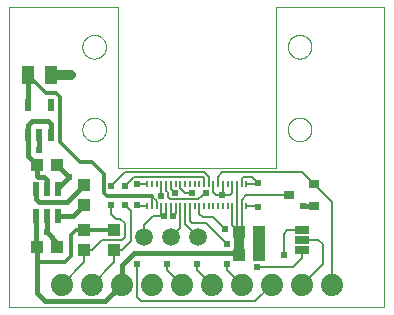
<source format=gtl>
G75*
%MOIN*%
%OFA0B0*%
%FSLAX25Y25*%
%IPPOS*%
%LPD*%
%AMOC8*
5,1,8,0,0,1.08239X$1,22.5*
%
%ADD10C,0.00000*%
%ADD11R,0.04331X0.03937*%
%ADD12R,0.03937X0.04331*%
%ADD13R,0.04331X0.06299*%
%ADD14R,0.00866X0.02362*%
%ADD15R,0.03543X0.03150*%
%ADD16R,0.02362X0.04724*%
%ADD17R,0.02165X0.03937*%
%ADD18C,0.07400*%
%ADD19R,0.05000X0.02500*%
%ADD20C,0.05906*%
%ADD21C,0.00800*%
%ADD22C,0.02381*%
%ADD23C,0.01600*%
%ADD24C,0.01200*%
%ADD25C,0.03200*%
%ADD26C,0.04000*%
D10*
X0009000Y0051500D02*
X0009000Y0151500D01*
X0045250Y0151500D01*
X0045250Y0098000D01*
X0097750Y0098000D01*
X0097750Y0151500D01*
X0134000Y0151500D01*
X0134000Y0051500D01*
X0009000Y0051500D01*
X0033313Y0110850D02*
X0033315Y0110975D01*
X0033321Y0111100D01*
X0033331Y0111224D01*
X0033345Y0111348D01*
X0033362Y0111472D01*
X0033384Y0111595D01*
X0033410Y0111717D01*
X0033439Y0111839D01*
X0033472Y0111959D01*
X0033510Y0112078D01*
X0033550Y0112197D01*
X0033595Y0112313D01*
X0033643Y0112428D01*
X0033695Y0112542D01*
X0033751Y0112654D01*
X0033810Y0112764D01*
X0033872Y0112872D01*
X0033938Y0112979D01*
X0034007Y0113083D01*
X0034080Y0113184D01*
X0034155Y0113284D01*
X0034234Y0113381D01*
X0034316Y0113475D01*
X0034401Y0113567D01*
X0034488Y0113656D01*
X0034579Y0113742D01*
X0034672Y0113825D01*
X0034768Y0113906D01*
X0034866Y0113983D01*
X0034966Y0114057D01*
X0035069Y0114128D01*
X0035174Y0114195D01*
X0035282Y0114260D01*
X0035391Y0114320D01*
X0035502Y0114378D01*
X0035615Y0114431D01*
X0035729Y0114481D01*
X0035845Y0114528D01*
X0035962Y0114570D01*
X0036081Y0114609D01*
X0036201Y0114645D01*
X0036322Y0114676D01*
X0036444Y0114704D01*
X0036566Y0114727D01*
X0036690Y0114747D01*
X0036814Y0114763D01*
X0036938Y0114775D01*
X0037063Y0114783D01*
X0037188Y0114787D01*
X0037312Y0114787D01*
X0037437Y0114783D01*
X0037562Y0114775D01*
X0037686Y0114763D01*
X0037810Y0114747D01*
X0037934Y0114727D01*
X0038056Y0114704D01*
X0038178Y0114676D01*
X0038299Y0114645D01*
X0038419Y0114609D01*
X0038538Y0114570D01*
X0038655Y0114528D01*
X0038771Y0114481D01*
X0038885Y0114431D01*
X0038998Y0114378D01*
X0039109Y0114320D01*
X0039219Y0114260D01*
X0039326Y0114195D01*
X0039431Y0114128D01*
X0039534Y0114057D01*
X0039634Y0113983D01*
X0039732Y0113906D01*
X0039828Y0113825D01*
X0039921Y0113742D01*
X0040012Y0113656D01*
X0040099Y0113567D01*
X0040184Y0113475D01*
X0040266Y0113381D01*
X0040345Y0113284D01*
X0040420Y0113184D01*
X0040493Y0113083D01*
X0040562Y0112979D01*
X0040628Y0112872D01*
X0040690Y0112764D01*
X0040749Y0112654D01*
X0040805Y0112542D01*
X0040857Y0112428D01*
X0040905Y0112313D01*
X0040950Y0112197D01*
X0040990Y0112078D01*
X0041028Y0111959D01*
X0041061Y0111839D01*
X0041090Y0111717D01*
X0041116Y0111595D01*
X0041138Y0111472D01*
X0041155Y0111348D01*
X0041169Y0111224D01*
X0041179Y0111100D01*
X0041185Y0110975D01*
X0041187Y0110850D01*
X0041185Y0110725D01*
X0041179Y0110600D01*
X0041169Y0110476D01*
X0041155Y0110352D01*
X0041138Y0110228D01*
X0041116Y0110105D01*
X0041090Y0109983D01*
X0041061Y0109861D01*
X0041028Y0109741D01*
X0040990Y0109622D01*
X0040950Y0109503D01*
X0040905Y0109387D01*
X0040857Y0109272D01*
X0040805Y0109158D01*
X0040749Y0109046D01*
X0040690Y0108936D01*
X0040628Y0108828D01*
X0040562Y0108721D01*
X0040493Y0108617D01*
X0040420Y0108516D01*
X0040345Y0108416D01*
X0040266Y0108319D01*
X0040184Y0108225D01*
X0040099Y0108133D01*
X0040012Y0108044D01*
X0039921Y0107958D01*
X0039828Y0107875D01*
X0039732Y0107794D01*
X0039634Y0107717D01*
X0039534Y0107643D01*
X0039431Y0107572D01*
X0039326Y0107505D01*
X0039218Y0107440D01*
X0039109Y0107380D01*
X0038998Y0107322D01*
X0038885Y0107269D01*
X0038771Y0107219D01*
X0038655Y0107172D01*
X0038538Y0107130D01*
X0038419Y0107091D01*
X0038299Y0107055D01*
X0038178Y0107024D01*
X0038056Y0106996D01*
X0037934Y0106973D01*
X0037810Y0106953D01*
X0037686Y0106937D01*
X0037562Y0106925D01*
X0037437Y0106917D01*
X0037312Y0106913D01*
X0037188Y0106913D01*
X0037063Y0106917D01*
X0036938Y0106925D01*
X0036814Y0106937D01*
X0036690Y0106953D01*
X0036566Y0106973D01*
X0036444Y0106996D01*
X0036322Y0107024D01*
X0036201Y0107055D01*
X0036081Y0107091D01*
X0035962Y0107130D01*
X0035845Y0107172D01*
X0035729Y0107219D01*
X0035615Y0107269D01*
X0035502Y0107322D01*
X0035391Y0107380D01*
X0035281Y0107440D01*
X0035174Y0107505D01*
X0035069Y0107572D01*
X0034966Y0107643D01*
X0034866Y0107717D01*
X0034768Y0107794D01*
X0034672Y0107875D01*
X0034579Y0107958D01*
X0034488Y0108044D01*
X0034401Y0108133D01*
X0034316Y0108225D01*
X0034234Y0108319D01*
X0034155Y0108416D01*
X0034080Y0108516D01*
X0034007Y0108617D01*
X0033938Y0108721D01*
X0033872Y0108828D01*
X0033810Y0108936D01*
X0033751Y0109046D01*
X0033695Y0109158D01*
X0033643Y0109272D01*
X0033595Y0109387D01*
X0033550Y0109503D01*
X0033510Y0109622D01*
X0033472Y0109741D01*
X0033439Y0109861D01*
X0033410Y0109983D01*
X0033384Y0110105D01*
X0033362Y0110228D01*
X0033345Y0110352D01*
X0033331Y0110476D01*
X0033321Y0110600D01*
X0033315Y0110725D01*
X0033313Y0110850D01*
X0033313Y0138410D02*
X0033315Y0138535D01*
X0033321Y0138660D01*
X0033331Y0138784D01*
X0033345Y0138908D01*
X0033362Y0139032D01*
X0033384Y0139155D01*
X0033410Y0139277D01*
X0033439Y0139399D01*
X0033472Y0139519D01*
X0033510Y0139638D01*
X0033550Y0139757D01*
X0033595Y0139873D01*
X0033643Y0139988D01*
X0033695Y0140102D01*
X0033751Y0140214D01*
X0033810Y0140324D01*
X0033872Y0140432D01*
X0033938Y0140539D01*
X0034007Y0140643D01*
X0034080Y0140744D01*
X0034155Y0140844D01*
X0034234Y0140941D01*
X0034316Y0141035D01*
X0034401Y0141127D01*
X0034488Y0141216D01*
X0034579Y0141302D01*
X0034672Y0141385D01*
X0034768Y0141466D01*
X0034866Y0141543D01*
X0034966Y0141617D01*
X0035069Y0141688D01*
X0035174Y0141755D01*
X0035282Y0141820D01*
X0035391Y0141880D01*
X0035502Y0141938D01*
X0035615Y0141991D01*
X0035729Y0142041D01*
X0035845Y0142088D01*
X0035962Y0142130D01*
X0036081Y0142169D01*
X0036201Y0142205D01*
X0036322Y0142236D01*
X0036444Y0142264D01*
X0036566Y0142287D01*
X0036690Y0142307D01*
X0036814Y0142323D01*
X0036938Y0142335D01*
X0037063Y0142343D01*
X0037188Y0142347D01*
X0037312Y0142347D01*
X0037437Y0142343D01*
X0037562Y0142335D01*
X0037686Y0142323D01*
X0037810Y0142307D01*
X0037934Y0142287D01*
X0038056Y0142264D01*
X0038178Y0142236D01*
X0038299Y0142205D01*
X0038419Y0142169D01*
X0038538Y0142130D01*
X0038655Y0142088D01*
X0038771Y0142041D01*
X0038885Y0141991D01*
X0038998Y0141938D01*
X0039109Y0141880D01*
X0039219Y0141820D01*
X0039326Y0141755D01*
X0039431Y0141688D01*
X0039534Y0141617D01*
X0039634Y0141543D01*
X0039732Y0141466D01*
X0039828Y0141385D01*
X0039921Y0141302D01*
X0040012Y0141216D01*
X0040099Y0141127D01*
X0040184Y0141035D01*
X0040266Y0140941D01*
X0040345Y0140844D01*
X0040420Y0140744D01*
X0040493Y0140643D01*
X0040562Y0140539D01*
X0040628Y0140432D01*
X0040690Y0140324D01*
X0040749Y0140214D01*
X0040805Y0140102D01*
X0040857Y0139988D01*
X0040905Y0139873D01*
X0040950Y0139757D01*
X0040990Y0139638D01*
X0041028Y0139519D01*
X0041061Y0139399D01*
X0041090Y0139277D01*
X0041116Y0139155D01*
X0041138Y0139032D01*
X0041155Y0138908D01*
X0041169Y0138784D01*
X0041179Y0138660D01*
X0041185Y0138535D01*
X0041187Y0138410D01*
X0041185Y0138285D01*
X0041179Y0138160D01*
X0041169Y0138036D01*
X0041155Y0137912D01*
X0041138Y0137788D01*
X0041116Y0137665D01*
X0041090Y0137543D01*
X0041061Y0137421D01*
X0041028Y0137301D01*
X0040990Y0137182D01*
X0040950Y0137063D01*
X0040905Y0136947D01*
X0040857Y0136832D01*
X0040805Y0136718D01*
X0040749Y0136606D01*
X0040690Y0136496D01*
X0040628Y0136388D01*
X0040562Y0136281D01*
X0040493Y0136177D01*
X0040420Y0136076D01*
X0040345Y0135976D01*
X0040266Y0135879D01*
X0040184Y0135785D01*
X0040099Y0135693D01*
X0040012Y0135604D01*
X0039921Y0135518D01*
X0039828Y0135435D01*
X0039732Y0135354D01*
X0039634Y0135277D01*
X0039534Y0135203D01*
X0039431Y0135132D01*
X0039326Y0135065D01*
X0039218Y0135000D01*
X0039109Y0134940D01*
X0038998Y0134882D01*
X0038885Y0134829D01*
X0038771Y0134779D01*
X0038655Y0134732D01*
X0038538Y0134690D01*
X0038419Y0134651D01*
X0038299Y0134615D01*
X0038178Y0134584D01*
X0038056Y0134556D01*
X0037934Y0134533D01*
X0037810Y0134513D01*
X0037686Y0134497D01*
X0037562Y0134485D01*
X0037437Y0134477D01*
X0037312Y0134473D01*
X0037188Y0134473D01*
X0037063Y0134477D01*
X0036938Y0134485D01*
X0036814Y0134497D01*
X0036690Y0134513D01*
X0036566Y0134533D01*
X0036444Y0134556D01*
X0036322Y0134584D01*
X0036201Y0134615D01*
X0036081Y0134651D01*
X0035962Y0134690D01*
X0035845Y0134732D01*
X0035729Y0134779D01*
X0035615Y0134829D01*
X0035502Y0134882D01*
X0035391Y0134940D01*
X0035281Y0135000D01*
X0035174Y0135065D01*
X0035069Y0135132D01*
X0034966Y0135203D01*
X0034866Y0135277D01*
X0034768Y0135354D01*
X0034672Y0135435D01*
X0034579Y0135518D01*
X0034488Y0135604D01*
X0034401Y0135693D01*
X0034316Y0135785D01*
X0034234Y0135879D01*
X0034155Y0135976D01*
X0034080Y0136076D01*
X0034007Y0136177D01*
X0033938Y0136281D01*
X0033872Y0136388D01*
X0033810Y0136496D01*
X0033751Y0136606D01*
X0033695Y0136718D01*
X0033643Y0136832D01*
X0033595Y0136947D01*
X0033550Y0137063D01*
X0033510Y0137182D01*
X0033472Y0137301D01*
X0033439Y0137421D01*
X0033410Y0137543D01*
X0033384Y0137665D01*
X0033362Y0137788D01*
X0033345Y0137912D01*
X0033331Y0138036D01*
X0033321Y0138160D01*
X0033315Y0138285D01*
X0033313Y0138410D01*
X0101813Y0138410D02*
X0101815Y0138535D01*
X0101821Y0138660D01*
X0101831Y0138784D01*
X0101845Y0138908D01*
X0101862Y0139032D01*
X0101884Y0139155D01*
X0101910Y0139277D01*
X0101939Y0139399D01*
X0101972Y0139519D01*
X0102010Y0139638D01*
X0102050Y0139757D01*
X0102095Y0139873D01*
X0102143Y0139988D01*
X0102195Y0140102D01*
X0102251Y0140214D01*
X0102310Y0140324D01*
X0102372Y0140432D01*
X0102438Y0140539D01*
X0102507Y0140643D01*
X0102580Y0140744D01*
X0102655Y0140844D01*
X0102734Y0140941D01*
X0102816Y0141035D01*
X0102901Y0141127D01*
X0102988Y0141216D01*
X0103079Y0141302D01*
X0103172Y0141385D01*
X0103268Y0141466D01*
X0103366Y0141543D01*
X0103466Y0141617D01*
X0103569Y0141688D01*
X0103674Y0141755D01*
X0103782Y0141820D01*
X0103891Y0141880D01*
X0104002Y0141938D01*
X0104115Y0141991D01*
X0104229Y0142041D01*
X0104345Y0142088D01*
X0104462Y0142130D01*
X0104581Y0142169D01*
X0104701Y0142205D01*
X0104822Y0142236D01*
X0104944Y0142264D01*
X0105066Y0142287D01*
X0105190Y0142307D01*
X0105314Y0142323D01*
X0105438Y0142335D01*
X0105563Y0142343D01*
X0105688Y0142347D01*
X0105812Y0142347D01*
X0105937Y0142343D01*
X0106062Y0142335D01*
X0106186Y0142323D01*
X0106310Y0142307D01*
X0106434Y0142287D01*
X0106556Y0142264D01*
X0106678Y0142236D01*
X0106799Y0142205D01*
X0106919Y0142169D01*
X0107038Y0142130D01*
X0107155Y0142088D01*
X0107271Y0142041D01*
X0107385Y0141991D01*
X0107498Y0141938D01*
X0107609Y0141880D01*
X0107719Y0141820D01*
X0107826Y0141755D01*
X0107931Y0141688D01*
X0108034Y0141617D01*
X0108134Y0141543D01*
X0108232Y0141466D01*
X0108328Y0141385D01*
X0108421Y0141302D01*
X0108512Y0141216D01*
X0108599Y0141127D01*
X0108684Y0141035D01*
X0108766Y0140941D01*
X0108845Y0140844D01*
X0108920Y0140744D01*
X0108993Y0140643D01*
X0109062Y0140539D01*
X0109128Y0140432D01*
X0109190Y0140324D01*
X0109249Y0140214D01*
X0109305Y0140102D01*
X0109357Y0139988D01*
X0109405Y0139873D01*
X0109450Y0139757D01*
X0109490Y0139638D01*
X0109528Y0139519D01*
X0109561Y0139399D01*
X0109590Y0139277D01*
X0109616Y0139155D01*
X0109638Y0139032D01*
X0109655Y0138908D01*
X0109669Y0138784D01*
X0109679Y0138660D01*
X0109685Y0138535D01*
X0109687Y0138410D01*
X0109685Y0138285D01*
X0109679Y0138160D01*
X0109669Y0138036D01*
X0109655Y0137912D01*
X0109638Y0137788D01*
X0109616Y0137665D01*
X0109590Y0137543D01*
X0109561Y0137421D01*
X0109528Y0137301D01*
X0109490Y0137182D01*
X0109450Y0137063D01*
X0109405Y0136947D01*
X0109357Y0136832D01*
X0109305Y0136718D01*
X0109249Y0136606D01*
X0109190Y0136496D01*
X0109128Y0136388D01*
X0109062Y0136281D01*
X0108993Y0136177D01*
X0108920Y0136076D01*
X0108845Y0135976D01*
X0108766Y0135879D01*
X0108684Y0135785D01*
X0108599Y0135693D01*
X0108512Y0135604D01*
X0108421Y0135518D01*
X0108328Y0135435D01*
X0108232Y0135354D01*
X0108134Y0135277D01*
X0108034Y0135203D01*
X0107931Y0135132D01*
X0107826Y0135065D01*
X0107718Y0135000D01*
X0107609Y0134940D01*
X0107498Y0134882D01*
X0107385Y0134829D01*
X0107271Y0134779D01*
X0107155Y0134732D01*
X0107038Y0134690D01*
X0106919Y0134651D01*
X0106799Y0134615D01*
X0106678Y0134584D01*
X0106556Y0134556D01*
X0106434Y0134533D01*
X0106310Y0134513D01*
X0106186Y0134497D01*
X0106062Y0134485D01*
X0105937Y0134477D01*
X0105812Y0134473D01*
X0105688Y0134473D01*
X0105563Y0134477D01*
X0105438Y0134485D01*
X0105314Y0134497D01*
X0105190Y0134513D01*
X0105066Y0134533D01*
X0104944Y0134556D01*
X0104822Y0134584D01*
X0104701Y0134615D01*
X0104581Y0134651D01*
X0104462Y0134690D01*
X0104345Y0134732D01*
X0104229Y0134779D01*
X0104115Y0134829D01*
X0104002Y0134882D01*
X0103891Y0134940D01*
X0103781Y0135000D01*
X0103674Y0135065D01*
X0103569Y0135132D01*
X0103466Y0135203D01*
X0103366Y0135277D01*
X0103268Y0135354D01*
X0103172Y0135435D01*
X0103079Y0135518D01*
X0102988Y0135604D01*
X0102901Y0135693D01*
X0102816Y0135785D01*
X0102734Y0135879D01*
X0102655Y0135976D01*
X0102580Y0136076D01*
X0102507Y0136177D01*
X0102438Y0136281D01*
X0102372Y0136388D01*
X0102310Y0136496D01*
X0102251Y0136606D01*
X0102195Y0136718D01*
X0102143Y0136832D01*
X0102095Y0136947D01*
X0102050Y0137063D01*
X0102010Y0137182D01*
X0101972Y0137301D01*
X0101939Y0137421D01*
X0101910Y0137543D01*
X0101884Y0137665D01*
X0101862Y0137788D01*
X0101845Y0137912D01*
X0101831Y0138036D01*
X0101821Y0138160D01*
X0101815Y0138285D01*
X0101813Y0138410D01*
X0101813Y0110850D02*
X0101815Y0110975D01*
X0101821Y0111100D01*
X0101831Y0111224D01*
X0101845Y0111348D01*
X0101862Y0111472D01*
X0101884Y0111595D01*
X0101910Y0111717D01*
X0101939Y0111839D01*
X0101972Y0111959D01*
X0102010Y0112078D01*
X0102050Y0112197D01*
X0102095Y0112313D01*
X0102143Y0112428D01*
X0102195Y0112542D01*
X0102251Y0112654D01*
X0102310Y0112764D01*
X0102372Y0112872D01*
X0102438Y0112979D01*
X0102507Y0113083D01*
X0102580Y0113184D01*
X0102655Y0113284D01*
X0102734Y0113381D01*
X0102816Y0113475D01*
X0102901Y0113567D01*
X0102988Y0113656D01*
X0103079Y0113742D01*
X0103172Y0113825D01*
X0103268Y0113906D01*
X0103366Y0113983D01*
X0103466Y0114057D01*
X0103569Y0114128D01*
X0103674Y0114195D01*
X0103782Y0114260D01*
X0103891Y0114320D01*
X0104002Y0114378D01*
X0104115Y0114431D01*
X0104229Y0114481D01*
X0104345Y0114528D01*
X0104462Y0114570D01*
X0104581Y0114609D01*
X0104701Y0114645D01*
X0104822Y0114676D01*
X0104944Y0114704D01*
X0105066Y0114727D01*
X0105190Y0114747D01*
X0105314Y0114763D01*
X0105438Y0114775D01*
X0105563Y0114783D01*
X0105688Y0114787D01*
X0105812Y0114787D01*
X0105937Y0114783D01*
X0106062Y0114775D01*
X0106186Y0114763D01*
X0106310Y0114747D01*
X0106434Y0114727D01*
X0106556Y0114704D01*
X0106678Y0114676D01*
X0106799Y0114645D01*
X0106919Y0114609D01*
X0107038Y0114570D01*
X0107155Y0114528D01*
X0107271Y0114481D01*
X0107385Y0114431D01*
X0107498Y0114378D01*
X0107609Y0114320D01*
X0107719Y0114260D01*
X0107826Y0114195D01*
X0107931Y0114128D01*
X0108034Y0114057D01*
X0108134Y0113983D01*
X0108232Y0113906D01*
X0108328Y0113825D01*
X0108421Y0113742D01*
X0108512Y0113656D01*
X0108599Y0113567D01*
X0108684Y0113475D01*
X0108766Y0113381D01*
X0108845Y0113284D01*
X0108920Y0113184D01*
X0108993Y0113083D01*
X0109062Y0112979D01*
X0109128Y0112872D01*
X0109190Y0112764D01*
X0109249Y0112654D01*
X0109305Y0112542D01*
X0109357Y0112428D01*
X0109405Y0112313D01*
X0109450Y0112197D01*
X0109490Y0112078D01*
X0109528Y0111959D01*
X0109561Y0111839D01*
X0109590Y0111717D01*
X0109616Y0111595D01*
X0109638Y0111472D01*
X0109655Y0111348D01*
X0109669Y0111224D01*
X0109679Y0111100D01*
X0109685Y0110975D01*
X0109687Y0110850D01*
X0109685Y0110725D01*
X0109679Y0110600D01*
X0109669Y0110476D01*
X0109655Y0110352D01*
X0109638Y0110228D01*
X0109616Y0110105D01*
X0109590Y0109983D01*
X0109561Y0109861D01*
X0109528Y0109741D01*
X0109490Y0109622D01*
X0109450Y0109503D01*
X0109405Y0109387D01*
X0109357Y0109272D01*
X0109305Y0109158D01*
X0109249Y0109046D01*
X0109190Y0108936D01*
X0109128Y0108828D01*
X0109062Y0108721D01*
X0108993Y0108617D01*
X0108920Y0108516D01*
X0108845Y0108416D01*
X0108766Y0108319D01*
X0108684Y0108225D01*
X0108599Y0108133D01*
X0108512Y0108044D01*
X0108421Y0107958D01*
X0108328Y0107875D01*
X0108232Y0107794D01*
X0108134Y0107717D01*
X0108034Y0107643D01*
X0107931Y0107572D01*
X0107826Y0107505D01*
X0107718Y0107440D01*
X0107609Y0107380D01*
X0107498Y0107322D01*
X0107385Y0107269D01*
X0107271Y0107219D01*
X0107155Y0107172D01*
X0107038Y0107130D01*
X0106919Y0107091D01*
X0106799Y0107055D01*
X0106678Y0107024D01*
X0106556Y0106996D01*
X0106434Y0106973D01*
X0106310Y0106953D01*
X0106186Y0106937D01*
X0106062Y0106925D01*
X0105937Y0106917D01*
X0105812Y0106913D01*
X0105688Y0106913D01*
X0105563Y0106917D01*
X0105438Y0106925D01*
X0105314Y0106937D01*
X0105190Y0106953D01*
X0105066Y0106973D01*
X0104944Y0106996D01*
X0104822Y0107024D01*
X0104701Y0107055D01*
X0104581Y0107091D01*
X0104462Y0107130D01*
X0104345Y0107172D01*
X0104229Y0107219D01*
X0104115Y0107269D01*
X0104002Y0107322D01*
X0103891Y0107380D01*
X0103781Y0107440D01*
X0103674Y0107505D01*
X0103569Y0107572D01*
X0103466Y0107643D01*
X0103366Y0107717D01*
X0103268Y0107794D01*
X0103172Y0107875D01*
X0103079Y0107958D01*
X0102988Y0108044D01*
X0102901Y0108133D01*
X0102816Y0108225D01*
X0102734Y0108319D01*
X0102655Y0108416D01*
X0102580Y0108516D01*
X0102507Y0108617D01*
X0102438Y0108721D01*
X0102372Y0108828D01*
X0102310Y0108936D01*
X0102251Y0109046D01*
X0102195Y0109158D01*
X0102143Y0109272D01*
X0102095Y0109387D01*
X0102050Y0109503D01*
X0102010Y0109622D01*
X0101972Y0109741D01*
X0101939Y0109861D01*
X0101910Y0109983D01*
X0101884Y0110105D01*
X0101862Y0110228D01*
X0101845Y0110352D01*
X0101831Y0110476D01*
X0101821Y0110600D01*
X0101815Y0110725D01*
X0101813Y0110850D01*
D11*
X0092346Y0076500D03*
X0085654Y0076500D03*
X0085654Y0069000D03*
X0092346Y0069000D03*
X0024846Y0071500D03*
X0018154Y0071500D03*
X0018154Y0099000D03*
X0024846Y0099000D03*
D12*
X0034000Y0092346D03*
X0034000Y0085654D03*
X0034000Y0077346D03*
X0034000Y0070654D03*
X0044000Y0070654D03*
X0044000Y0077346D03*
D13*
X0022937Y0129000D03*
X0015063Y0129000D03*
D14*
X0054965Y0092740D03*
X0056539Y0092740D03*
X0058114Y0092740D03*
X0059689Y0092740D03*
X0061264Y0092740D03*
X0062839Y0092740D03*
X0064413Y0092740D03*
X0065988Y0092740D03*
X0067563Y0092740D03*
X0069138Y0092740D03*
X0070713Y0092740D03*
X0072287Y0092740D03*
X0073862Y0092740D03*
X0075437Y0092740D03*
X0077012Y0092740D03*
X0078587Y0092740D03*
X0080161Y0092740D03*
X0081736Y0092740D03*
X0083311Y0092740D03*
X0084886Y0092740D03*
X0086461Y0092740D03*
X0088035Y0092740D03*
X0088035Y0085260D03*
X0086461Y0085260D03*
X0084886Y0085260D03*
X0083311Y0085260D03*
X0081736Y0085260D03*
X0080161Y0085260D03*
X0078587Y0085260D03*
X0077012Y0085260D03*
X0075437Y0085260D03*
X0073862Y0085260D03*
X0072287Y0085260D03*
X0070713Y0085260D03*
X0069138Y0085260D03*
X0067563Y0085260D03*
X0065988Y0085260D03*
X0064413Y0085260D03*
X0062839Y0085260D03*
X0061264Y0085260D03*
X0059689Y0085260D03*
X0058114Y0085260D03*
X0056539Y0085260D03*
X0054965Y0085260D03*
D15*
X0102169Y0089000D03*
X0110437Y0085260D03*
X0110437Y0092740D03*
D16*
X0025240Y0091028D03*
X0021500Y0091028D03*
X0017760Y0091028D03*
X0017760Y0081972D03*
X0021500Y0081972D03*
X0025240Y0081972D03*
D17*
X0022740Y0108882D03*
X0019000Y0108882D03*
X0015260Y0108882D03*
X0015260Y0119118D03*
X0022740Y0119118D03*
D18*
X0026500Y0059000D03*
X0036500Y0059000D03*
X0046500Y0059000D03*
X0056500Y0059000D03*
X0066500Y0059000D03*
X0076500Y0059000D03*
X0086500Y0059000D03*
X0096500Y0059000D03*
X0106500Y0059000D03*
X0116500Y0059000D03*
D19*
X0106500Y0070800D03*
X0106500Y0074000D03*
X0106500Y0077200D03*
D20*
X0072000Y0075000D03*
X0063000Y0075000D03*
X0054000Y0075000D03*
D21*
X0054000Y0079000D01*
X0057000Y0082000D01*
X0060500Y0082000D01*
X0061264Y0082764D01*
X0061264Y0085260D01*
X0062839Y0085260D02*
X0062839Y0082661D01*
X0063500Y0082000D01*
X0064413Y0082913D01*
X0064413Y0085260D01*
X0065988Y0085260D02*
X0065988Y0077988D01*
X0063000Y0075000D01*
X0067563Y0079437D02*
X0072000Y0075000D01*
X0070000Y0079500D02*
X0074500Y0079500D01*
X0081500Y0072500D01*
X0081000Y0077500D02*
X0077000Y0081500D01*
X0073500Y0081500D01*
X0072287Y0082713D01*
X0072287Y0085260D01*
X0072000Y0087500D02*
X0074500Y0089750D01*
X0072000Y0087500D02*
X0062500Y0087500D01*
X0061750Y0088250D01*
X0061750Y0090000D01*
X0061264Y0090486D01*
X0061264Y0092740D01*
X0062839Y0092740D02*
X0062839Y0091161D01*
X0064250Y0089750D01*
X0065988Y0091262D02*
X0067500Y0089750D01*
X0069750Y0089750D01*
X0065988Y0091262D02*
X0065988Y0092740D01*
X0059689Y0092740D02*
X0059689Y0089061D01*
X0059500Y0088750D01*
X0058114Y0086886D02*
X0056539Y0088461D01*
X0056500Y0088500D01*
X0056539Y0088461D02*
X0056539Y0085260D01*
X0054965Y0085260D02*
X0051740Y0085260D01*
X0051500Y0085500D01*
X0049500Y0083500D02*
X0049500Y0073500D01*
X0046654Y0070654D01*
X0044000Y0070654D01*
X0044000Y0066500D01*
X0036500Y0059000D01*
X0034000Y0066500D02*
X0026500Y0059000D01*
X0034000Y0066500D02*
X0034000Y0070654D01*
X0036500Y0070500D01*
X0036654Y0070654D02*
X0040000Y0074000D01*
X0046500Y0074000D01*
X0047500Y0075000D01*
X0047500Y0079500D01*
X0046000Y0081000D01*
X0044500Y0081000D01*
X0043000Y0082500D01*
X0043000Y0085500D01*
X0047500Y0085500D02*
X0049500Y0083500D01*
X0047500Y0092000D02*
X0050500Y0095000D01*
X0073500Y0095000D01*
X0073862Y0094638D01*
X0073862Y0092740D01*
X0075437Y0092740D02*
X0075437Y0095063D01*
X0074000Y0096500D01*
X0047500Y0096500D01*
X0043000Y0092000D01*
X0051500Y0092500D02*
X0051740Y0092740D01*
X0054965Y0092740D01*
X0058114Y0086886D02*
X0058114Y0085260D01*
X0059689Y0085260D02*
X0059689Y0082811D01*
X0060500Y0082000D01*
X0067563Y0079437D02*
X0067563Y0085260D01*
X0069138Y0085260D02*
X0069138Y0080362D01*
X0070000Y0079500D01*
X0078000Y0089000D02*
X0077012Y0089988D01*
X0077012Y0092740D01*
X0078587Y0092740D02*
X0078587Y0095087D01*
X0080000Y0096500D01*
X0106677Y0096500D01*
X0110437Y0092740D01*
X0116500Y0086677D01*
X0116500Y0059000D01*
X0113500Y0066000D02*
X0106500Y0059000D01*
X0103500Y0065000D02*
X0106500Y0068000D01*
X0106500Y0070800D01*
X0106500Y0074000D02*
X0112000Y0074000D01*
X0113500Y0072500D01*
X0113500Y0066000D01*
X0103500Y0065000D02*
X0091500Y0065000D01*
X0086500Y0059000D02*
X0081500Y0064000D01*
X0081500Y0066000D01*
X0076500Y0059000D02*
X0071500Y0064000D01*
X0071500Y0066000D01*
X0066500Y0059000D02*
X0061500Y0064000D01*
X0061500Y0066000D01*
X0051500Y0066000D02*
X0051500Y0055000D01*
X0053000Y0053500D01*
X0091000Y0053500D01*
X0096500Y0059000D01*
X0100500Y0069000D02*
X0100500Y0076000D01*
X0101700Y0077200D01*
X0106500Y0077200D01*
X0102169Y0089000D02*
X0088000Y0089000D01*
X0086461Y0087461D01*
X0086461Y0085260D01*
X0086461Y0077307D01*
X0085654Y0076500D01*
X0084886Y0077268D01*
X0084886Y0085260D01*
X0084886Y0092740D01*
X0086461Y0092740D02*
X0086461Y0094461D01*
X0087000Y0095000D01*
X0090000Y0095000D01*
X0092000Y0093000D01*
X0091740Y0092740D01*
X0088035Y0092740D01*
X0083311Y0092740D02*
X0083311Y0089811D01*
X0082500Y0089000D01*
X0080000Y0089000D01*
X0080161Y0089161D01*
X0080161Y0092740D01*
X0080000Y0089000D02*
X0078000Y0089000D01*
X0083311Y0085260D02*
X0083311Y0078843D01*
X0085654Y0076500D01*
X0088035Y0085260D02*
X0091740Y0085260D01*
X0092000Y0085000D01*
X0036654Y0070654D02*
X0034000Y0070654D01*
D22*
X0021500Y0076500D03*
X0029000Y0095000D03*
X0019000Y0104000D03*
X0029500Y0129000D03*
X0043000Y0092000D03*
X0047500Y0092000D03*
X0051500Y0092500D03*
X0051500Y0085500D03*
X0047500Y0085500D03*
X0043000Y0085500D03*
X0059500Y0088750D03*
X0064250Y0089750D03*
X0069750Y0089750D03*
X0074500Y0089750D03*
X0080000Y0089000D03*
X0081000Y0077500D03*
X0081500Y0072500D03*
X0081500Y0066000D03*
X0091500Y0065000D03*
X0092250Y0072750D03*
X0100500Y0069000D03*
X0106750Y0085250D03*
X0092000Y0085000D03*
X0092000Y0093000D03*
X0071500Y0066000D03*
X0061500Y0066000D03*
X0051500Y0066000D03*
X0060500Y0082000D03*
X0063500Y0082000D03*
D23*
X0050500Y0069500D02*
X0046500Y0065500D01*
X0046500Y0059000D01*
X0041000Y0053500D01*
X0021000Y0053500D01*
X0018154Y0056346D01*
X0018154Y0066500D01*
X0018154Y0071500D01*
X0017760Y0071894D01*
X0017760Y0081972D01*
X0021500Y0081972D02*
X0021500Y0076500D01*
X0024846Y0073154D01*
X0024846Y0071500D01*
X0025240Y0081972D02*
X0030319Y0081972D01*
X0034000Y0085654D01*
X0028154Y0086500D02*
X0034000Y0092346D01*
X0029000Y0095000D02*
X0025000Y0099000D01*
X0024846Y0099000D01*
X0029000Y0095000D02*
X0025240Y0091240D01*
X0025240Y0091028D01*
X0021500Y0091028D02*
X0021500Y0094000D01*
X0020500Y0095000D01*
X0018500Y0095000D01*
X0018154Y0095346D01*
X0018154Y0099000D01*
X0015260Y0101894D01*
X0015260Y0108882D01*
X0015260Y0112260D01*
X0016500Y0113500D01*
X0022000Y0113500D01*
X0022740Y0112760D01*
X0022740Y0108882D01*
X0019000Y0108882D02*
X0019000Y0104000D01*
X0017760Y0099394D02*
X0018154Y0099000D01*
X0017760Y0091028D02*
X0017760Y0087740D01*
X0019000Y0086500D01*
X0028154Y0086500D01*
X0050500Y0069500D02*
X0085154Y0069500D01*
X0085654Y0069000D01*
X0106750Y0085250D02*
X0110427Y0085250D01*
X0110437Y0085260D01*
X0015260Y0119118D02*
X0015260Y0128606D01*
X0015063Y0129000D01*
D24*
X0021063Y0123000D01*
X0024500Y0123000D01*
X0026000Y0121500D01*
X0026000Y0106500D01*
X0032500Y0100000D01*
X0036500Y0100000D01*
X0040500Y0096000D01*
X0040500Y0089500D01*
X0041500Y0088500D01*
X0056500Y0088500D01*
X0044000Y0077346D02*
X0034000Y0077346D01*
X0031346Y0077346D01*
X0029500Y0075500D01*
X0029500Y0068500D01*
X0027500Y0066500D01*
X0018154Y0066500D01*
D25*
X0022937Y0129000D02*
X0029500Y0129000D01*
X0085654Y0076500D02*
X0085654Y0069000D01*
X0092250Y0076404D02*
X0092346Y0076404D01*
D26*
X0092250Y0076404D02*
X0092346Y0076500D01*
X0092250Y0076404D02*
X0092250Y0072750D01*
X0092250Y0069096D01*
X0092346Y0069000D01*
M02*

</source>
